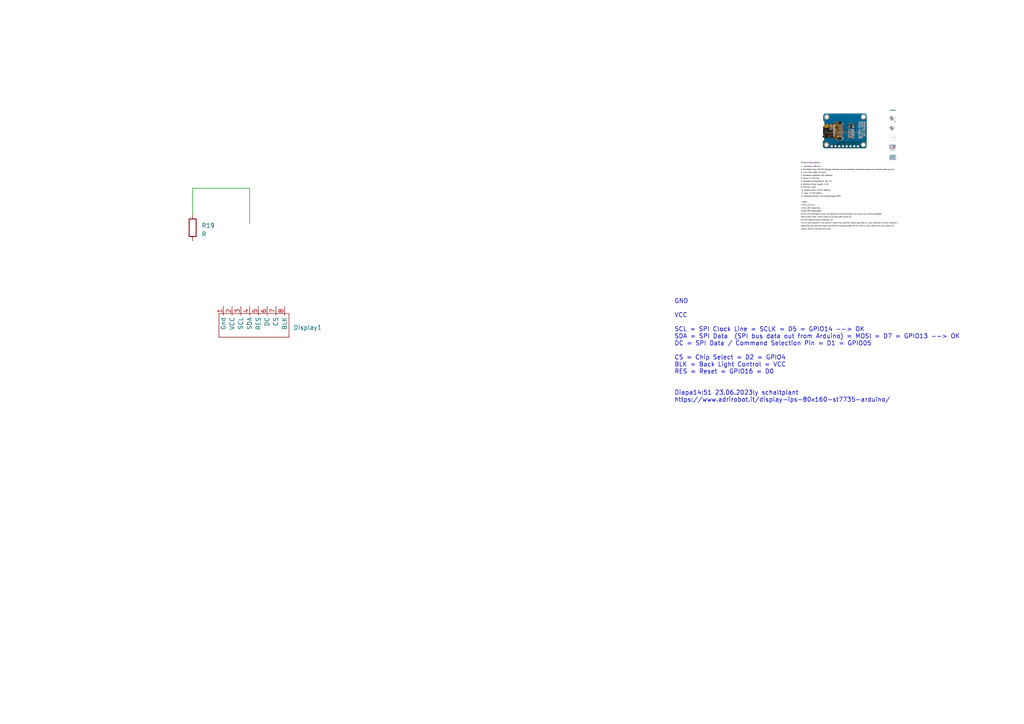
<source format=kicad_sch>
(kicad_sch (version 20230121) (generator eeschema)
  (paper "A4")
  (lib_symbols
    (symbol "Device:R" (pin_numbers hide) (pin_names (offset 0))
      (property "Reference" "R" (at 2.032 0 90))
      (property "Value" "R" (at 0 0 90))
      (symbol "R_0_1"
        (rectangle (start -1.016 -2.54) (end 1.016 2.54) (stroke (width 0.254)))
      )
      (symbol "R_1_1"
        (pin passive line (at 0 3.81 270) (length 1.27) (name "~") (number "1"))
        (pin passive line (at 0 -3.81 90) (length 1.27) (name "~") (number "2"))
      )
    )
    (symbol "Display_SPI_ST77355_80x160_1"
      (property "Reference" "Display80x160" (at 0 -2.54 0))
      (symbol "Display_SPI_ST77355_80x160_1_0_1"
        (rectangle (start -11.43 3.048) (end 8.89 -3.81))
      )
      (symbol "Display_SPI_ST77355_80x160_1_1_1"
        (pin power_in line (at -10.16 5.08 270) (length 2.54) (name "Gnd") (number "1"))
        (pin power_in line (at -7.62 5.08 270) (length 2.54) (name "VCC") (number "2"))
        (pin input line (at -5.08 5.08 270) (length 2.54) (name "SCL") (number "3"))
        (pin input line (at -2.54 5.08 270) (length 2.54) (name "SDA") (number "4"))
        (pin input line (at 0 5.08 270) (length 2.54) (name "RES") (number "5"))
        (pin input line (at 2.54 5.08 270) (length 2.54) (name "DC") (number "6"))
        (pin input line (at 5.08 5.08 270) (length 2.54) (name "CS") (number "7"))
        (pin input line (at 7.62 5.08 270) (length 2.54) (name "BLK") (number "8"))
      )
    )
  )
  (wire (pts (xy 72.39 54.61) (xy 55.88 54.61)))
  (wire (pts (xy 55.88 54.61) (xy 55.88 62.23)))
  (wire (pts (xy 72.39 64.77) (xy 72.39 54.61)))
  (image (at 246.38 49.53) (scale 0.321762))
  (text "GND\n\nVCC\n\nSCL = SPI Clock Line = SCLK = D5 = GPIO14 --> OK\nSDA = SPI Data  (SPI bus data out from Arduino) = MOSI = D7 = GPIO13 --> OK\nDC = SPI Data / Command Selection Pin = D1 = GPIO05\n\nCS = Chip Select = D2 = GPIO4\nBLK = Back Light Control = VCC\nRES = Reset = GPIO16 = D0\n\n\nDiapa14:51 23.06.2023ly schaltplant\nhttps://www.adrirobot.it/display-ips-80x160-st7735-arduino/" (at 195.58 116.84 0) (effects (font (size 1.27 1.27)) (justify left bottom)))
  (symbol (lib_name "Display_SPI_ST77355_80x160_1") (lib_id "Stefans Bauteile:Display_SPI_ST77355_80x160") (at 74.93 93.98 0) (unit 1)
    (property "Reference" "Display1" (at 85.09 94.996 0) (effects (justify left)))
    (property "Value" "~" (at 71.882 94.107 0))
  )
  (symbol (lib_id "Device:R") (at 55.88 66.04 0) (unit 1)
    (property "Reference" "R19" (at 58.42 65.405 0) (effects (justify left)))
    (property "Value" "R" (at 58.42 67.945 0) (effects (justify left)))
  )
)
</source>
